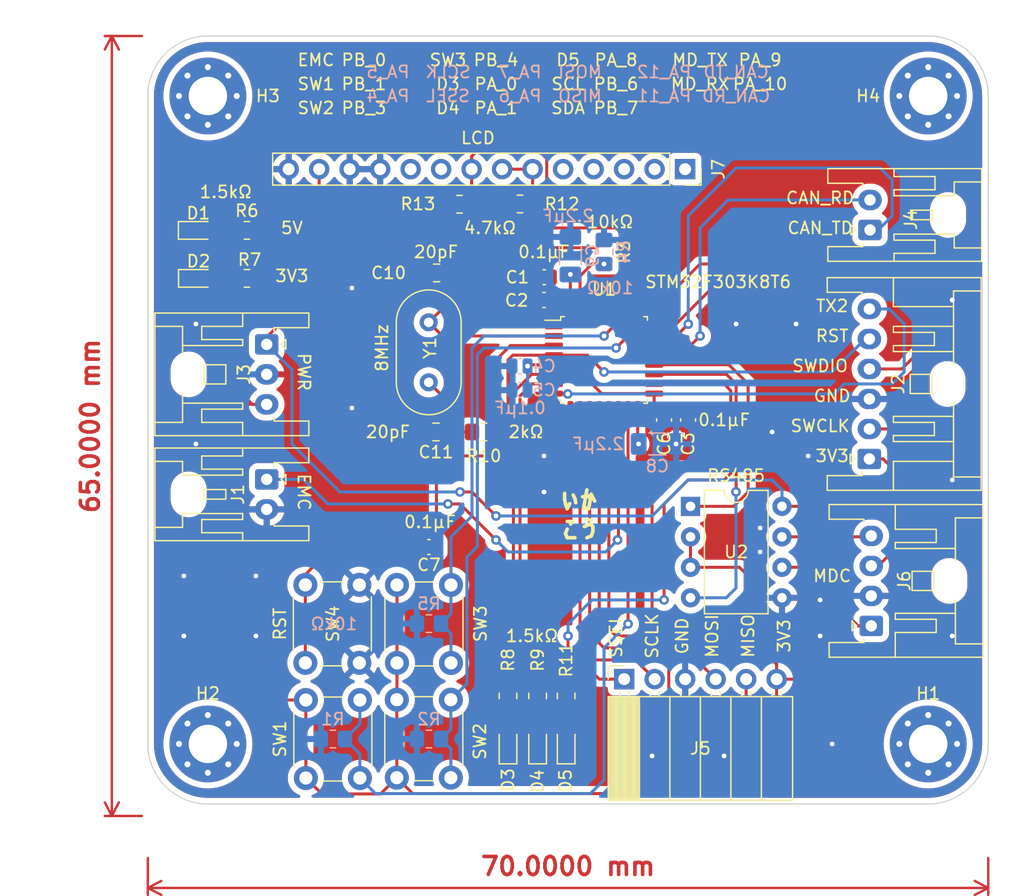
<source format=kicad_pcb>
(kicad_pcb (version 20211014) (generator pcbnew)
  (layers (0 "F.Cu" signal) (31 "B.Cu" signal) (34 "B.Paste" user) (35 "F.Paste" user) (36 "B.SilkS" user "B.Silkscreen") (37 "F.SilkS" user "F.Silkscreen") (38 "B.Mask" user) (39 "F.Mask" user) (44 "Edge.Cuts" user))
  (net 0 "")
  (net 1 "+3V3")
  (net 2 "GND")
  (net 3 "RESET")
  (net 4 "Net-(C8-Pad1)")
  (net 5 "Net-(C9-Pad1)")
  (net 6 "OSC_IN")
  (net 7 "Net-(C11-Pad1)")
  (net 8 "Net-(D1-Pad2)")
  (net 9 "Net-(D2-Pad2)")
  (net 10 "Net-(D3-Pad2)")
  (net 11 "Net-(D4-Pad2)")
  (net 12 "Net-(D5-Pad2)")
  (net 13 "EMC")
  (net 14 "SWCLK")
  (net 15 "SWDIO")
  (net 16 "UART2_TX")
  (net 17 "+5V")
  (net 18 "CAN_RD")
  (net 19 "CAN_TD")
  (net 20 "MISO")
  (net 21 "MOSI")
  (net 22 "SCLK")
  (net 23 "SSEL")
  (net 24 "B")
  (net 25 "A")
  (net 31 "SDA")
  (net 32 "SCL")
  (net 35 "SW1")
  (net 36 "SW2")
  (net 37 "BOOT")
  (net 38 "SW3")
  (net 39 "LD1")
  (net 40 "LD2")
  (net 41 "OSC_OUT")
  (net 42 "LD3")
  (net 43 "UART2_RX")
  (net 44 "UART1_TX")
  (net 45 "UART1_RX")
  (footprint "Resistor_SMD:R_0805_2012Metric_Pad1.20x1.40mm_HandSolder" (layer "F.Cu") (at 153 65 -90)
    (fp_text reference "R3")
    (fp_text value "10k")
  )
  (footprint "Capacitor_SMD:C_0805_2012Metric_Pad1.18x1.45mm_HandSolder" (layer "F.Cu") (at 139.05546 66.74531 180)
    (fp_text reference "C10")
    (fp_text value "5~25p")
  )
  (footprint "Crystal:Resonator-2Pin_W10.0mm_H5.0mm" (layer "F.Cu") (at 138.395 75.865 90)
    (fp_text reference "Y1")
    (fp_text value "8MHz")
  )
  (footprint "LED_SMD:LED_0603_1608Metric_Pad1.05x0.95mm_HandSolder" (layer "F.Cu") (at 145 106 90)
    (fp_text reference "D3")
    (fp_text value "LD1")
  )
  (footprint "Button_Switch_THT:SW_PUSH_6mm" (layer "F.Cu") (at 135.75 99.25 90)
    (fp_text reference "SW3")
    (fp_text value "SW_Push")
  )
  (footprint "MountingHole:MountingHole_3.2mm_M3_Pad_Via" (layer "F.Cu") (at 120 106)
    (fp_text reference "H2")
    (fp_text value "MountingHole")
  )
  (footprint "Capacitor_SMD:C_0504_1310Metric_Pad0.83x1.28mm_HandSolder" (layer "F.Cu") (at 148.018817 67.104844 180)
    (fp_text reference "C1")
    (fp_text value "0.1µ")
  )
  (footprint "Button_Switch_THT:SW_PUSH_6mm" (layer "F.Cu") (at 128.162325 108.839916 90)
    (fp_text reference "SW1")
    (fp_text value "SW_Push")
  )
  (footprint "Connector_PinSocket_2.54mm:PinSocket_1x06_P2.54mm_Horizontal" (layer "F.Cu") (at 154.675 100.6 90)
    (fp_text reference "J5")
    (fp_text value "SPI")
  )
  (footprint "LED_SMD:LED_0603_1608Metric_Pad1.05x0.95mm_HandSolder" (layer "F.Cu") (at 119.203521 63.20128)
    (fp_text reference "D1")
    (fp_text value "LED")
  )
  (footprint "Resistor_SMD:R_0805_2012Metric_Pad1.20x1.40mm_HandSolder" (layer "F.Cu") (at 145 102 -90)
    (fp_text reference "R8")
    (fp_text value "1.5k")
  )
  (footprint "Resistor_SMD:R_0805_2012Metric_Pad1.20x1.40mm_HandSolder" (layer "F.Cu") (at 146 61)
    (fp_text reference "R12")
    (fp_text value "4.7k")
  )
  (footprint "LED_SMD:LED_0603_1608Metric_Pad1.05x0.95mm_HandSolder" (layer "F.Cu") (at 147.467304 106 90)
    (fp_text reference "D4")
    (fp_text value "LD2")
  )
  (footprint "Resistor_SMD:R_0805_2012Metric_Pad1.20x1.40mm_HandSolder" (layer "F.Cu") (at 149.842304 102 -90)
    (fp_text reference "R11")
    (fp_text value "1.5k")
  )
  (footprint "Resistor_SMD:R_0805_2012Metric_Pad1.20x1.40mm_HandSolder" (layer "F.Cu") (at 123.255492 63.2 180)
    (fp_text reference "R6")
    (fp_text value "1.5k")
  )
  (footprint "Capacitor_SMD:C_0805_2012Metric_Pad1.18x1.45mm_HandSolder" (layer "F.Cu") (at 139 80 180)
    (fp_text reference "C11")
    (fp_text value "5~25p")
  )
  (footprint "Package_DIP:DIP-8_W7.62mm" (layer "F.Cu") (at 160.2 86.2)
    (fp_text reference "U2")
    (fp_text value "SN75LBC176D")
  )
  (footprint "Capacitor_SMD:C_0504_1310Metric_Pad0.83x1.28mm_HandSolder" (layer "F.Cu") (at 138.412325 89.589916 180)
    (fp_text reference "C7")
    (fp_text value "0.1µ")
  )
  (footprint "MountingHole:MountingHole_3.2mm_M3_Pad_Via" (layer "F.Cu") (at 180 52)
    (fp_text reference "H4")
    (fp_text value "MountingHole")
  )
  (footprint "Connector_JST:JST_XA_S02B-XASK-1_1x02_P2.50mm_Horizontal" (layer "F.Cu") (at 175.153666 63.16446 90)
    (fp_text reference "J4")
    (fp_text value "CAN1")
  )
  (footprint "Connector_PinSocket_2.54mm:PinSocket_1x14_P2.54mm_Vertical" (layer "F.Cu") (at 159.749606 58.09786 -90)
    (fp_text reference "J7")
    (fp_text value "LCD")
  )
  (footprint "Package_QFP:LQFP-32_7x7mm_P0.8mm" (layer "F.Cu") (at 153 74)
    (fp_text reference "U1")
    (fp_text value "STM32F303K6Tx")
  )
  (footprint "Connector_JST:JST_XA_S04B-XASK-1_1x04_P2.50mm_Horizontal" (layer "F.Cu") (at 175.256007 96.161992 90)
    (fp_text reference "J6")
    (fp_text value "MDC")
  )
  (footprint "Resistor_SMD:R_0805_2012Metric_Pad1.20x1.40mm_HandSolder" (layer "F.Cu") (at 123.255492 67.2 180)
    (fp_text reference "R7")
    (fp_text value "1.5k")
  )
  (footprint "Button_Switch_THT:SW_PUSH_6mm" (layer "F.Cu") (at 135.737878 108.813241 90)
    (fp_text reference "SW2")
    (fp_text value "SW_Push")
  )
  (footprint "MountingHole:MountingHole_3.2mm_M3_Pad_Via" (layer "F.Cu") (at 180 106)
    (fp_text reference "H1")
    (fp_text value "MountingHole")
  )
  (footprint "Resistor_SMD:R_0805_2012Metric_Pad1.20x1.40mm_HandSolder" (layer "F.Cu") (at 143 80 180)
    (fp_text reference "R10")
    (fp_text value "2k")
  )
  (footprint "Resistor_SMD:R_0805_2012Metric_Pad1.20x1.40mm_HandSolder" (layer "F.Cu") (at 147.467304 102 -90)
    (fp_text reference "R9")
    (fp_text value "1.5k")
  )
  (footprint "Connector_JST:JST_XA_S03B-XASK-1_1x03_P2.50mm_Horizontal" (layer "F.Cu") (at 124.9 72.7 -90)
    (fp_text reference "J3")
    (fp_text value "POWER")
  )
  (footprint "Capacitor_SMD:C_0504_1310Metric_Pad0.83x1.28mm_HandSolder" (layer "F.Cu") (at 160 79 -90)
    (fp_text reference "C3")
    (fp_text value "0.1µ")
  )
  (footprint "Capacitor_SMD:C_0504_1310Metric_Pad0.83x1.28mm_HandSolder" (layer "F.Cu") (at 148 69 180)
    (fp_text reference "C2")
    (fp_text value "0.1µ")
  )
  (footprint "MountingHole:MountingHole_3.2mm_M3_Pad_Via" (layer "F.Cu") (at 120 52)
    (fp_text reference "H3")
    (fp_text value "MountingHole")
  )
  (footprint "LED_SMD:LED_0603_1608Metric_Pad1.05x0.95mm_HandSolder" (layer "F.Cu") (at 149.842304 106 90)
    (fp_text reference "D5")
    (fp_text value "LD3")
  )
  (footprint "Connector_JST:JST_XA_S06B-XASK-1_1x06_P2.50mm_Horizontal" (layer "F.Cu") (at 175.1 82.25 90)
    (fp_text reference "J2")
    (fp_text value "ST-LINK")
  )
  (footprint "LED_SMD:LED_0603_1608Metric_Pad1.05x0.95mm_HandSolder" (layer "F.Cu") (at 119.218711 67.2)
    (fp_text reference "D2")
    (fp_text value "LED")
  )
  (footprint "Resistor_SMD:R_0805_2012Metric_Pad1.20x1.40mm_HandSolder" (layer "F.Cu") (at 140.966094 61.021829)
    (fp_text reference "R13")
    (fp_text value "4.7k")
  )
  (footprint "Button_Switch_THT:SW_PUSH_6mm" (layer "F.Cu") (at 128.117548 99.242906 90)
    (fp_text reference "SW4")
    (fp_text value "SW_Push")
  )
  (footprint "Capacitor_SMD:C_0504_1310Metric_Pad0.83x1.28mm_HandSolder" (layer "F.Cu") (at 158 79 -90)
    (fp_text reference "C6")
    (fp_text value "0.1µ")
  )
  (footprint "Connector_JST:JST_XA_S02B-XASK-1_1x02_P2.50mm_Horizontal" (layer "F.Cu") (at 124.9 83.95 -90)
    (fp_text reference "J1")
    (fp_text value "EMC")
  )
  (footprint "Resistor_SMD:R_0805_2012Metric_Pad1.20x1.40mm_HandSolder" (layer "B.Cu") (at 138.412325 105.589916 180)
    (fp_text reference "R2")
    (fp_text value "R 10k")
  )
  (footprint "Capacitor_SMD:C_0504_1310Metric_Pad0.83x1.28mm_HandSolder" (layer "B.Cu") (at 146 74.51 180)
    (fp_text reference "C4")
    (fp_text value "0.1µ")
  )
  (footprint "Resistor_SMD:R_0805_2012Metric_Pad1.20x1.40mm_HandSolder" (layer "B.Cu") (at 153 65 90)
    (fp_text reference "R4")
    (fp_text value "10k")
  )
  (footprint "Capacitor_SMD:C_1206_3216Metric_Pad1.33x1.80mm_HandSolder" (layer "B.Cu") (at 157.4375 81)
    (fp_text reference "C8")
    (fp_text value "2.2µ")
  )
  (footprint "Capacitor_SMD:C_0504_1310Metric_Pad0.83x1.28mm_HandSolder" (layer "B.Cu") (at 146 76.51 180)
    (fp_text reference "C5")
    (fp_text value "0.1µ")
  )
  (footprint "Resistor_SMD:R_0805_2012Metric_Pad1.20x1.40mm_HandSolder" (layer "B.Cu") (at 130.412325 105.589916 180)
    (fp_text reference "R1")
    (fp_text value "R 10k")
  )
  (footprint "Capacitor_SMD:C_1206_3216Metric_Pad1.33x1.80mm_HandSolder" (layer "B.Cu") (at 150.192809 65.313907 90)
    (fp_text reference "C9")
    (fp_text value "2.2µ")
  )
  (footprint "Resistor_SMD:R_0805_2012Metric_Pad1.20x1.40mm_HandSolder" (layer "B.Cu") (at 138.412325 95.972112 180)
    (fp_text reference "R5")
    (fp_text value "R 10k")
  )
  (gr_arc (start 115 52) (mid 116.464466 48.464466) (end 120 47) (layer "Edge.Cuts") (width 0.1))
  (gr_line (start 185 52) (end 185 106) (layer "Edge.Cuts") (width 0.1))
  (gr_line (start 115 106) (end 115 52) (layer "Edge.Cuts") (width 0.1))
  (gr_line (start 120 47) (end 180 47) (layer "Edge.Cuts") (width 0.1))
  (gr_arc (start 120 111) (mid 116.464466 109.535534) (end 115 106) (layer "Edge.Cuts") (width 0.1))
  (gr_line (start 180 111) (end 120 111) (layer "Edge.Cuts") (width 0.1))
  (gr_arc (start 180 47) (mid 183.535534 48.464466) (end 185 52) (layer "Edge.Cuts") (width 0.1))
  (gr_arc (start 185 106) (mid 183.535534 109.535534) (end 180 111) (layer "Edge.Cuts") (width 0.1))
  (gr_text "2.2µF" (at 152.5 81) (layer "B.SilkS") (effects (font (size 1 1)) (justify mirror)))
  (gr_text "PA_7" (at 146 50) (layer "B.SilkS") (effects (font (size 1 1)) (justify mirror)))
  (gr_text "PA_12" (at 158 50) (layer "B.SilkS") (effects (font (size 1 1)) (justify mirror)))
  (gr_text "PA_6" (at 146 52) (layer "B.SilkS") (effects (font (size 1 1)) (justify mirror)))
  (gr_text "CAN_TD" (at 164 50) (layer "B.SilkS") (effects (font (size 1 1)) (justify mirror)))
  (gr_text "MOSI" (at 151 50) (layer "B.SilkS") (effects (font (size 1 1)) (justify mirror)))
  (gr_text "2.2µF" (at 150 62) (layer "B.SilkS") (effects (font (size 1 1)) (justify mirror)))
  (gr_text "0.1µF" (at 146 78) (layer "B.SilkS") (effects (font (size 1 1)) (justify mirror)))
  (gr_text "SSEL" (at 140 52) (layer "B.SilkS") (effects (font (size 1 1)) (justify mirror)))
  (gr_text "PA_4" (at 135 52) (layer "B.SilkS") (effects (font (size 1 1)) (justify mirror)))
  (gr_text "CAN_RD" (at 164 52) (layer "B.SilkS") (effects (font (size 1 1)) (justify mirror)))
  (gr_text "SCLK" (at 140 50) (layer "B.SilkS") (effects (font (size 1 1)) (justify mirror)))
  (gr_text "PA_5" (at 135 50) (layer "B.SilkS") (effects (font (size 1 1)) (justify mirror)))
  (gr_text "10kΩ" (at 130.5 96) (layer "B.SilkS") (effects (font (size 1 1)) (justify mirror)))
  (gr_text "MISO" (at 151 52) (layer "B.SilkS") (effects (font (size 1 1)) (justify mirror)))
  (gr_text "10kΩ" (at 153.5 68) (layer "B.SilkS") (effects (font (size 1 1)) (justify mirror)))
  (gr_text "PA_11" (at 158 52) (layer "B.SilkS") (effects (font (size 1 1)) (justify mirror)))
  (gr_text "1.5kΩ" (at 121.5 60) (layer "F.SilkS") (effects (font (size 1 1))))
  (gr_text "GND" (at 172 77) (layer "F.SilkS") (effects (font (size 1 1))))
  (gr_text "SW2" (at 129 53) (layer "F.SilkS") (effects (font (size 1 1))))
  (gr_text "PA_0" (at 144 51) (layer "F.SilkS") (effects (font (size 1 1))))
  (gr_text "MISO" (at 165 97 90) (layer "F.SilkS") (effects (font (size 1 1))))
  (gr_text "LCD" (at 142.5 55.5) (layer "F.SilkS") (effects (font (size 1 1))))
  (gr_text "CAN_TD" (at 171 63) (layer "F.SilkS") (effects (font (size 1 1))))
  (gr_text "2kΩ" (at 146.5 80) (layer "F.SilkS") (effects (font (size 1 1))))
  (gr_text "8MHz" (at 134.5 73 90) (layer "F.SilkS") (effects (font (size 1 1))))
  (gr_text "EMC" (at 128 85 270) (layer "F.SilkS") (effects (font (size 1 1))))
  (gr_text "D4" (at 140 53) (layer "F.SilkS") (effects (font (size 1 1))))
  (gr_text "EMC" (at 129 49) (layer "F.SilkS") (effects (font (size 1 1))))
  (gr_text "SCL" (at 150 51) (layer "F.SilkS") (effects (font (size 1 1))))
  (gr_text "5V" (at 127 63) (layer "F.SilkS") (effects (font (size 1 1))))
  (gr_text "MD_RX" (at 161 51) (layer "F.SilkS") (effects (font (size 1 1))))
  (gr_text "SCLK" (at 157 97 90) (layer "F.SilkS") (effects (font (size 1 1))))
  (gr_text "0.1µF" (at 138.5 87.5) (layer "F.SilkS") (effects (font (size 1 1))))
  (gr_text "PB_7" (at 154 53) (layer "F.SilkS") (effects (font (size 1 1))))
  (gr_text "RST" (at 126 96 90) (layer "F.SilkS") (effects (font (size 1 1))))
  (gr_text "RS485" (at 164 83.64) (layer "F.SilkS") (effects (font (size 1 1))))
  (gr_text "1.5kΩ" (at 147 97) (layer "F.SilkS") (effects (font (size 1 1))))
  (gr_text "STM32F303K8T6" (at 162.5 67.5) (layer "F.SilkS") (effects (font (size 1 1))))
  (gr_text "PB_1" (at 133 51) (layer "F.SilkS") (effects (font (size 1 1))))
  (gr_text "PA_8" (at 154 49) (layer "F.SilkS") (effects (font (size 1 1))))
  (gr_text "SWCLK" (at 171 79.5) (layer "F.SilkS") (effects (font (size 1 1))))
  (gr_text "D3" (at 140 51) (layer "F.SilkS") (effects (font (size 1 1))))
  (gr_text "PA_10" (at 166 51) (layer "F.SilkS") (effects (font (size 1 1))))
  (gr_text "TX2" (at 172 69.5) (layer "F.SilkS") (effects (font (size 1 1))))
  (gr_text "MOSI" (at 162 97 90) (layer "F.SilkS") (effects (font (size 1 1))))
  (gr_text "10kΩ" (at 153.5 62.5) (layer "F.SilkS") (effects (font (size 1 1))))
  (gr_text "3V3" (at 172 82) (layer "F.SilkS") (effects (font (size 1 1))))
  (gr_text "PA_1" (at 144 53) (layer "F.SilkS") (effects (font (size 1 1))))
  (gr_text "3V3" (at 127 67) (layer "F.SilkS") (effects (font (size 1 1))))
  (gr_text "20pF" (at 135 80) (layer "F.SilkS") (effects (font (size 1 1))))
  (gr_text "PWR" (at 128 75 270) (layer "F.SilkS") (effects (font (size 1 1))))
  (gr_text "4.7kΩ" (at 143.5 63) (layer "F.SilkS") (effects (font (size 1 1))))
  (gr_text "20pF" (at 139 65) (layer "F.SilkS") (effects (font (size 1 1))))
  (gr_text "いか\nこう" (at 151 87) (layer "F.SilkS") (effects (font (size 1.5 1.5) (thickness 0.3))))
  (gr_text "PB_4" (at 144 49) (layer "F.SilkS") (effects (font (size 1 1))))
  (gr_text "MDC" (at 172 92) (layer "F.SilkS") (effects (font (size 1 1))))
  (gr_text "SWDIO" (at 171 74.5) (layer "F.SilkS") (effects (font (size 1 1))))
  (gr_text "SW1" (at 129 51) (layer "F.SilkS") (effects (font (size 1 1))))
  (gr_text "3V3" (at 168 97 90) (layer "F.SilkS") (effects (font (size 1 1))))
  (gr_text "CAN_RD" (at 171 60.5) (layer "F.SilkS") (effects (font (size 1 1))))
  (gr_text "MD_TX" (at 161 49) (layer "F.SilkS") (effects (font (size 1 1))))
  (gr_text "SSEL" (at 154 97 90) (layer "F.SilkS") (effects (font (size 1 1))))
  (gr_text "RST" (at 172 72) (layer "F.SilkS") (effects (font (size 1 1))))
  (gr_text "PB_0" (at 133 49) (layer "F.SilkS") (effects (font (size 1 1))))
  (gr_text "PB_6" (at 154 51) (layer "F.SilkS") (effects (font (size 1 1))))
  (gr_text "SW3" (at 140 49) (layer "F.SilkS") (effects (font (size 1 1))))
  (gr_text "GND" (at 159.5 97 90) (layer "F.SilkS") (effects (font (size 1 1))))
  (gr_text "PB_3" (at 133 53) (layer "F.SilkS") (effects (font (size 1 1))))
  (gr_text "0.1µF" (at 148 65) (layer "F.SilkS") (effects (font (size 1 1))))
  (gr_text "0.1µF" (at 163 79) (layer "F.SilkS") (effects (font (size 1 1))))
  (gr_text "SDA" (at 150 53) (layer "F.SilkS") (effects (font (size 1 1))))
  (gr_text "PA_9" (at 166 49) (layer "F.SilkS") (effects (font (size 1 1))))
  (gr_text "D5" (at 150 49) (layer "F.SilkS") (effects (font (size 1 1))))
  (dimension (type aligned) (layer "F.Cu") (pts (xy 115 115) (xy 185 115)) (height 3) (gr_text "70.0000 mm" (at 150 116.2) (layer "F.Cu") (effects (font (size 1.5 1.5) (thickness 0.3)))) (format (units 3) (units_format 1) (precision 4)) (style (thickness 0.2) (arrow_length 1.27) (text_position_mode 0) (extension_height 0.58642) (extension_offset 0.5) keep_text_aligned))
  (dimension (type aligned) (layer "F.Cu") (pts (xy 115 112) (xy 115 47)) (height -3) (gr_text "65.0000 mm" (at 110.2 79.5 90) (layer "F.Cu") (effects (font (size 1.5 1.5) (thickness 0.3)))) (format (units 3) (units_format 1) (precision 4)) (style (thickness 0.2) (arrow_length 1.27) (text_position_mode 0) (extension_height 0.58642) (extension_offset 0.5) keep_text_aligned))
  (segment (start 124.9 77.7) (end 123.3 77.7) (width 0.25) (layer "F.Cu") (net 1))
  (segment (start 124.255492 67.2) (end 124.255492 66.255492) (width 0.25) (layer "F.Cu") (net 1))
  (segment (start 124.255492 66.255492) (end 123 65) (width 0.25) (layer "F.Cu") (net 1))
  (segment (start 146.7375 74.4) (end 146.6275 74.51) (width 0.25) (layer "F.Cu") (net 1))
  (segment (start 121 80) (end 121 99) (width 0.25) (layer "F.Cu") (net 1))
  (segment (start 128 61) (end 129.269606 59.730394) (width 0.25) (layer "F.Cu") (net 1))
  (segment (start 129.487325 110.164916) (end 134.386203 110.164916) (width 0.25) (layer "F.Cu") (net 1))
  (segment (start 167.375 99.375) (end 167.375 96.375) (width 0.25) (layer "F.Cu") (net 1))
  (segment (start 166 98) (end 167.375 99.375) (width 0.25) (layer "F.Cu") (net 1))
  (segment (start 128.162325 108.839916) (end 129.487325 110.164916) (width 0.25) (layer "F.Cu") (net 1))
  (segment (start 139.966094 61.966094) (end 141 63) (width 0.25) (layer "F.Cu") (net 1))
  (segment (start 162.3725 78.3725) (end 163 79) (width 0.25) (layer "F.Cu") (net 1))
  (segment (start 144 63) (end 145 62) (width 0.25) (layer "F.Cu") (net 1))
  (segment (start 160 98) (end 166 98) (width 0.25) (layer "F.Cu") (net 1))
  (segment (start 130.539212 61) (end 139.944265 61) (width 0.25) (layer "F.Cu") (net 1))
  (segment (start 163 79) (end 163 83) (width 0.25) (layer "F.Cu") (net 1))
  (segment (start 167.375 100.6) (end 176.4 100.6) (width 0.25) (layer "F.Cu") (net 1))
  (segment (start 165.861759 110.138241) (end 167.375 108.625) (width 0.25) (layer "F.Cu") (net 1))
  (segment (start 176.25 82.25) (end 175.1 82.25) (width 0.25) (layer "F.Cu") (net 1))
  (segment (start 123 70) (end 124.255492 68.744508) (width 0.25) (layer "F.Cu") (net 1))
  (segment (start 148.6275 71.0025) (end 148.825 71.2) (width 0.25) (layer "F.Cu") (net 1))
  (segment (start 178 99) (end 178 84) (width 0.25) (layer "F.Cu") (net 1))
  (segment (start 118 61) (end 128 61) (width 0.25) (layer "F.Cu") (net 1))
  (segment (start 160 78.3725) (end 162.3725 78.3725) (width 0.25) (layer "F.Cu") (net 1))
  (segment (start 148.646317 64.646317) (end 148.646317 67.104844) (width 0.25) (layer "F.Cu") (net 1))
  (segment (start 148.646317 68.981183) (end 148.6275 69) (width 0.25) (layer "F.Cu") (net 1))
  (segment (start 145 62) (end 145 61) (width 0.25) (layer "F.Cu") (net 1))
  (segment (start 137.062878 110.138241) (end 165.861759 110.138241) (width 0.25) (layer "F.Cu") (net 1))
  (segment (start 135.75 102.301119) (end 135.737878 102.313241) (width 0.25) (layer "F.Cu") (net 1))
  (segment (start 117 62) (end 118 61) (width 0.25) (layer "F.Cu") (net 1))
  (segment (start 158 78.3725) (end 160 78.3725) (width 0.25) (layer "F.Cu") (net 1))
  (segment (start 160.2 88.74) (end 160.2 91.28) (width 0.25) (layer "F.Cu") (net 1))
  (segment (start 124.255492 68.744508) (end 124.255492 67.2) (width 0.25) (layer "F.Cu") (net 1))
  (segment (start 150.4 74.4) (end 148.825 74.4) (width 0.25) (layer "F.Cu") (net 1))
  (segment (start 144 63) (end 145 64) (width 0.25) (layer "F.Cu") (net 1))
  (segment (start 152.353683 64.646317) (end 153 64) (width 0.25) (layer "F.Cu") (net 1))
  (segment (start 134.386203 110.164916) (end 135.737878 108.813241) (width 0.25) (layer "F.Cu") (net 1))
  (segment (start 129.269606 59.730394) (end 129.269606 58.09786) (width 0.25) (layer "F.Cu") (net 1))
  (segment (start 135.75 99.25) (end 135.75 102.301119) (width 0.25) (layer "F.Cu") (net 1))
  (segment (start 157.175 76.8) (end 157.175 77.5475) (width 0.25) (layer "F.Cu") (net 1))
  (segment (start 145 64) (end 148 64) (width 0.25) (layer "F.Cu") (net 1))
  (segment (start 148.825 74.4) (end 146.7375 74.4) (width 0.25) (layer "F.Cu") (net 1))
  (segment (start 157.175 76.8) (end 152.8 76.8) (width 0.25) (layer "F.Cu") (net 1))
  (segment (start 135.737878 102.313241) (end 135.737878 108.813241) (width 0.25) (layer "F.Cu") (net 1))
  (segment (start 167.375 96.375) (end 166 95) (width 0.25) (layer "F.Cu") (net 1))
  (segment (start 148.646317 67.104844) (end 148.646317 68.981183) (width 0.25) (layer "F.Cu") (net 1))
  (segment (start 141 63) (end 144 63) (width 0.25) (layer "F.Cu") (net 1))
  (segment (start 157 85) (end 157 95) (width 0.25) (layer "F.Cu") (net 1))
  (segment (start 176.4 100.6) (end 178 99) (width 0.25) (layer "F.Cu") (net 1))
  (segment (start 123.7 77.7) (end 123 77) (width 0.25) (layer "F.Cu") (net 1))
  (segment (start 163 83) (end 159 83) (width 0.25) (layer "F.Cu") (net 1))
  (segment (start 148.6275 69) (end 148.6275 71.0025) (width 0.25) (layer "F.Cu") (net 1))
  (segment (start 164.28 91.28) (end 160.2 91.28) (width 0.25) (layer "F.Cu") (net 1))
  (segment (start 117 64) (end 117 62) (width 0.25) (layer "F.Cu") (net 1))
  (segment (start 128.162325 102.339916) (end 128.162325 108.839916) (width 0.25) (layer "F.Cu") (net 1))
  (segment (start 178 84) (end 176.25 82.25) (width 0.25) (layer "F.Cu") (net 1))
  (segment (start 124.9 77.7) (end 123.7 77.7) (width 0.25) (layer "F.Cu") (net 1))
  (segment (start 118 65) (end 117 64) (width 0.25) (layer "F.Cu") (net 1))
  (segment (start 167.375 108.625) (end 167.375 100.6) (width 0.25) (layer "F.Cu") (net 1))
  (segment (start 157 95) (end 160 98) (width 0.25) (layer "F.Cu") (net 1))
  (segment (start 152.8 76.8) (end 150.4 74.4) (width 0.25) (layer "F.Cu") (net 1))
  (segment (start 139.944265 61) (end 139.966094 61.021829) (width 0.25) (layer "F.Cu") (net 1))
  (segment (start 166 93) (end 164.28 91.28) (width 0.25) (layer "F.Cu") (net 1))
  (segment (start 139.966094 61.021829) (end 139.966094 61.966094) (width 0.25) (layer "F.Cu") (net 1))
  (segment (start 166 95) (end 166 93) (width 0.25) (layer "F.Cu") (net 1))
  (segment (start 123.3 77.7) (end 121 80) (width 0.25) (layer "F.Cu") (net 1))
  (segment (start 148.646317 64.646317) (end 152.353683 64.646317) (width 0.25) (layer "F.Cu") (net 1))
  (segment (start 148 64) (end 148.646317 64.646317) (width 0.25) (layer "F.Cu") (net 1))
  (segment (start 167.375 100.6) (end 167.375 99.375) (width 0.25) (layer "F.Cu") (net 1))
  (segment (start 135.75 99.25) (end 135.75 92.75) (width 0.25) (layer "F.Cu") (net 1))
  (segment (start 129.269606 59.730394) (end 130.539212 61) (width 0.25) (layer "F.Cu") (net 1))
  (segment (start 157.175 77.5475) (end 158 78.3725) (width 0.25) (layer "F.Cu") (net 1))
  (segment (start 124.339916 102.339916) (end 128.162325 102.339916) (width 0.25) (layer "F.Cu") (net 1))
  (segment (start 159 83) (end 157 85) (width 0.25) (layer "F.Cu") (net 1))
  (segment (start 135.737878 108.813241) (end 137.062878 110.138241) (width 0.25) (layer "F.Cu") (net 1))
  (segment (start 123 65) (end 118 65) (width 0.25) (layer "F.Cu") (net 1))
  (segment (start 123 77) (end 123 70) (width 0.25) (layer "F.Cu") (net 1))
  (segment (start 121 99) (end 124.339916 102.339916) (width 0.25) (layer "F.Cu") (net 1))
  (via (at 146.6275 74.51) (size 0.8) (drill 0.4) (layers "F.Cu" "B.Cu") (net 1))
  (segment (start 146.6275 74.51) (end 146.6275 76.51) (width 0.25) (layer "B.Cu") (net 1))
  (via (at 172 106) (size 0.8) (drill 0.4) (layers "F.Cu" "B.Cu") (net 2))
  (via (at 124 97) (size 0.8) (drill 0.4) (layers "F.Cu" "B.Cu") (net 2))
  (via (at 182 69) (size 0.8) (drill 0.4) (layers "F.Cu" "B.Cu") (net 2))
  (via (at 166 90) (size 0.8) (drill 0.4) (layers "F.Cu" "B.Cu") (net 2))
  (via (at 132 78) (size 0.8) (drill 0.4) (layers "F.Cu" "B.Cu") (net 2))
  (via (at 148 85) (size 0.8) (drill 0.4) (layers "F.Cu" "B.Cu") (net 2))
  (via (at 167 80) (size 0.8) (drill 0.4) (layers "F.Cu" "B.Cu") (net 2))
  (via (at 171 94) (size 0.8) (drill 0.4) (layers "F.Cu" "B.Cu") (net 2))
  (via (at 124 92) (size 0.8) (drill 0.4) (layers "F.Cu" "B.Cu") (net 2))
  (via (at 118 97) (size 0.8) (drill 0.4) (layers "F.Cu" "B.Cu") (net 2))
  (via (at 166 88) (size 0.8) (drill 0.4) (layers "F.Cu" "B.Cu") (net 2))
  (via (at 157 107) (size 0.8) (drill 0.4) (layers "F.Cu" "B.Cu") (net 2))
  (via (at 159 81) (size 0.8) (drill 0.4) (layers "F.Cu" "B.Cu") (net 2))
  (via (at 118 92) (size 0.8) (drill 0.4) (layers "F.Cu" "B.Cu") (net 2))
  (via (at 170 82) (size 0.8) (drill 0.4) (layers "F.Cu" "B.Cu") (net 2))
  (via (at 163 107) (size 0.8) (drill 0.4) (layers "F.Cu" "B.Cu") (net 2))
  (via (at 182 84) (size 0.8) (drill 0.4) (layers "F.Cu" "B.Cu") (net 2))
  (via (at 169 71) (size 0.8) (drill 0.4) (layers "F.Cu" "B.Cu") (net 2))
  (via (at 132 68) (size 0.8) (drill 0.4) (layers "F.Cu" "B.Cu") (net 2))
  (via (at 164 71) (size 0.8) (drill 0.4) (layers "F.Cu" "B.Cu") (net 2))
  (via (at 171 97) (size 0.8) (drill 0.4) (layers "F.Cu" "B.Cu") (net 2))
  (via (at 182 97) (size 0.8) (drill 0.4) (layers "F.Cu" "B.Cu") (net 2))
  (via (at 148 82) (size 0.8) (drill 0.4) (layers "F.Cu" "B.Cu") (net 2))
  (via (at 119 81) (size 0.8) (drill 0.4) (layers "F.Cu" "B.Cu") (net 2))
  (via (at 119 71) (size 0.8) (drill 0.4) (layers "F.Cu" "B.Cu") (net 2))
  (segment (start 128.117548 92.742906) (end 128.117548 99.242906) (width 0.25) (layer "F.Cu") (net 3))
  (segment (start 145 81) (end 144 82) (width 0.25) (layer "F.Cu") (net 3))
  (segment (start 139.039825 89.960175) (end 138 91) (width 0.25) (layer "F.Cu") (net 3))
  (segment (start 148.825 73.6) (end 151.6 73.6) (width 0.25) (layer "F.Cu") (net 3))
  (segment (start 128.117548 91.882452) (end 128.117548 92.742906) (width 0.25) (layer "F.Cu") (net 3))
  (segment (start 138 91) (end 129 91) (width 0.25) (layer "F.Cu") (net 3))
  (segment (start 148.825 73.6) (end 145.4 73.6) (width 0.25) (layer "F.Cu") (net 3))
  (segment (start 140 82) (end 139.039825 82.960175) (width 0.25) (layer "F.Cu") (net 3))
  (segment (start 139.039825 82.960175) (end 139.039825 89.589916) (width 0.25) (layer "F.Cu") (net 3))
  (segment (start 139.039825 89.589916) (end 139.039825 89.960175) (width 0.25) (layer "F.Cu") (net 3))
  (segment (start 145.4 73.6) (end 145 74) (width 0.25) (layer "F.Cu") (net 3))
  (segment (start 144 82) (end 140 82) (width 0.25) (layer "F.Cu") (net 3))
  (segment (start 151.6 73.6) (end 153 75) (width 0.25) (layer "F.Cu") (net 3))
  (segment (start 145 74) (end 145 81) (width 0.25) (layer "F.Cu") (net 3))
  (segment (start 129 91) (end 128.117548 91.882452) (width 0.25) (layer "F.Cu") (net 3))
  (via (at 153 75) (size 0.8) (drill 0.4) (layers "F.Cu" "B.Cu") (net 3))
  (segment (start 174.75 72.25) (end 175.1 72.25) (width 0.25) (layer "B.Cu") (net 3))
  (segment (start 172 75) (end 174.75 72.25) (width 0.25) (layer "B.Cu") (net 3))
  (segment (start 153 75) (end 172 75) (width 0.25) (layer "B.Cu") (net 3))
  (segment (start 155.8 80.925) (end 155.875 81) (width 0.25) (layer "F.Cu") (net 4))
  (segment (start 155.8 78.175) (end 155.8 80.925) (width 0.25) (layer "F.Cu") (net 4))
  (via (at 155.875 81) (size 0.8) (drill 0.4) (layers "F.Cu" "B.Cu") (net 4))
  (segment (start 150.192809 69.817809) (end 150.192809 66.876407) (width 0.25) (layer "F.Cu") (net 5))
  (segment (start 150.2 69.825) (end 150.192809 69.817809) (width 0.25) (layer "F.Cu") (net 5))
  (via (at 150.192809 66.876407) (size 0.8) (drill 0.4) (layers "F.Cu" "B.Cu") (net 5))
  (segment (start 139.53 72) (end 138.395 70.865) (width 0.25) (layer "F.Cu") (net 6))
  (segment (start 148.825 72) (end 139.53 72) (width 0.25) (layer "F.Cu") (net 6))
  (segment (start 140.09296 66.74531) (end 140.09296 69.16704) (width 0.25) (layer "F.Cu") (net 6))
  (segment (start 140.09296 69.16704) (end 138.395 70.865) (width 0.25) (layer "F.Cu") (net 6))
  (segment (start 138.395 75.865) (end 140.0375 77.5075) (width 0.25) (layer "F.Cu") (net 7))
  (segment (start 140.0375 77.5075) (end 140.0375 80) (width 0.25) (layer "F.Cu") (net 7))
  (segment (start 140.0375 80) (end 142 80) (width 0.25) (layer "F.Cu") (net 7))
  (segment (start 120.079801 63.2) (end 120.078521 63.20128) (width 0.25) (layer "F.Cu") (net 8))
  (segment (start 122.255492 63.2) (end 120.079801 63.2) (width 0.25) (layer "F.Cu") (net 8))
  (segment (start 122.255492 67.2) (end 120.093711 67.2) (width 0.25) (layer "F.Cu") (net 9))
  (segment (start 145 103) (end 145 105.125) (width 0.25) (layer "F.Cu") (net 10))
  (segment (start 147.467304 103) (end 147.467304 105.125) (width 0.25) (layer "F.Cu") (net 11))
  (segment (start 149.842304 103) (end 149.842304 105.125) (width 0.25) (layer "F.Cu") (net 12))
  (segment (start 141 86) (end 140 86) (width 0.25) (layer "F.Cu") (net 13))
  (segment (start 154.2 78.175) (end 154.2 88.9245) (width 0.25) (layer "F.Cu") (net 13))
  (segment (start 154.2 88.9245) (end 154.1245 89) (width 0.25) (layer "F.Cu") (net 13))
  (segment (start 144 89) (end 141 86) (width 0.25) (layer "F.Cu") (net 13))
  (via (at 154.1245 89) (size 0.8) (drill 0.4) (layers "F.Cu" "B.Cu") (net 13))
  (via (at 140 86) (size 0.8) (drill 0.4) (layers "F.Cu" "B.Cu") (net 13))
  (via (at 144 89) (size 0.8) (drill 0.4) (layers "F.Cu" "B.Cu") (net 13))
  (segment (start 145 90) (end 144 89) (width 0.25) (layer "B.Cu") (net 13))
  (segment (start 151 90) (end 145 90) (width 0.25) (layer "B.Cu") (net 13))
  (segment (start 153.1245 90) (end 151 90) (width 0.25) (layer "B.Cu") (net 13))
  (segment (start 127.95 83.95) (end 124.9 83.95) (width 0.25) (layer "B.Cu") (net 13))
  (segment (start 130 86) (end 127.95 83.95) (width 0.25) (layer "B.Cu") (net 13))
  (segment (start 154.1245 89) (end 153.1245 90) (width 0.25) (layer "B.Cu") (net 13))
  (segment (start 140 86) (end 130 86) (width 0.25) (layer "B.Cu") (net 13))
  (segment (start 178 66) (end 179 66) (width 0.25) (layer "F.Cu") (net 14))
  (segment (start 157.175 69.825) (end 160 67) (width 0.25) (layer "F.Cu") (net 14))
  (segment (start 157.175 71.2) (end 157.175 69.825) (width 0.25) (layer "F.Cu") (net 14))
  (segment (start 179 66) (end 180 67) (width 0.25) (layer "F.Cu") (net 14))
  (segment (start 180 67) (end 180 70) (width 0.25) (layer "F.Cu") (net 14))
  (segment (start 178.25 79.75) (end 175.1 79.75) (width 0.25) (layer "F.Cu") (net 14))
  (segment (start 180 70) (end 180 78) (width 0.25) (layer "F.Cu") (net 14))
  (segment (start 160 67) (end 161 66) (width 0.25) (layer "F.Cu") (net 14))
  (segment (start 180 78) (end 178.25 79.75) (width 0.25) (layer "F.Cu") (net 14))
  (segment (start 161 66) (end 178 66) (width 0.25) (layer "F.Cu") (net 14))
  (segment (start 157.175 72) (end 158 72) (width 0.25) (layer "F.Cu") (net 15))
  (segment (start 163.55 66.45) (end 178.45 66.45) (width 0.25) (layer "F.Cu") (net 15))
  (segment (start 179.55 67.55) (end 179.55 73) (width 0.25) (layer "F.Cu") (net 15))
  (segment (start 179.55 73) (end 177.8 74.75) (width 0.25) (layer "F.Cu") (net 15))
  (segment (start 177.8 74.75) (end 175.1 74.75) (width 0.25) (layer "F.Cu") (net 15))
  (segment (start 158 72) (end 163.55 66.45) (width 0.25) (layer "F.Cu") (net 15))
  (segment (start 178.45 66.45) (end 179.55 67.55) (width 0.25) (layer "F.Cu") (net 15))
  (segment (start 149.944967 76.8) (end 149.97711 76.832143) (width 0.25) (layer "F.Cu") (net 16))
  (segment (start 148.825 76.8) (end 149.944967 76.8) (width 0.25) (layer "F.Cu") (net 16))
  (via (at 149.97711 76.832143) (size 0.8) (drill 0.4) (layers "F.Cu" "B.Cu") (net 16))
  (segment (start 177 76) (end 178 75) (width 0.25) (layer "B.Cu") (net 16))
  (segment (start 173 76) (end 177 76) (width 0.25) (layer "B.Cu") (net 16))
  (segment (start 149.97711 76.832143) (end 172.167857 76.832143) (width 0.25) (layer "B.Cu") (net 16))
  (segment (start 178 75) (end 178 71) (width 0.25) (layer "B.Cu") (net 16))
  (segment (start 176.75 69.75) (end 175.1 69.75) (width 0.25) (layer "B.Cu") (net 16))
  (segment (start 172.167857 76.832143) (end 173 76) (width 0.25) (layer "B.Cu") (net 16))
  (segment (start 178 71) (end 176.75 69.75) (width 0.25) (layer "B.Cu") (net 16))
  (segment (start 177 87) (end 177 90) (width 0.25) (layer "F.Cu") (net 17))
  (segment (start 142 85) (end 144 87) (width 0.25) (layer "F.Cu") (net 17))
  (segment (start 124.9 72.7) (end 124.9 72.1) (width 0.25) (layer "F.Cu") (net 17))
  (segment (start 124.9 72.1) (end 126 71) (width 0.25) (layer "F.Cu") (net 17))
  (segment (start 176.2 86.2) (end 177 87) (width 0.25) (layer "F.Cu") (net 17))
  (segment (start 167.82 86.2) (end 176.2 86.2) (width 0.25) (layer "F.Cu") (net 17))
  (segment (start 175.838008 91.161992) (end 175.256007 91.161992) (width 0.25) (layer "F.Cu") (net 17))
  (segment (start 141 85) (end 142 85) (width 0.25) (layer "F.Cu") (net 17))
  (segment (start 126 64.944508) (end 124.255492 63.2) (width 0.25) (layer "F.Cu") (net 17))
  (segment (start 177 90) (end 175.838008 91.161992) (width 0.25) (layer "F.Cu") (net 17))
  (segment (start 126 71) (end 126 64.944508) (width 0.25) (layer "F.Cu") (net 17))
  (via (at 141 85) (size 0.8) (drill 0.4) (layers "F.Cu" "B.Cu") (net 17))
  (via (at 144 87) (size 0.8) (drill 0.4) (layers "F.Cu" "B.Cu") (net 17))
  (segment (start 167.82 84.82) (end 167.82 86.2) (width 0.25) (layer "B.Cu") (net 17))
  (segment (start 124.9 72.7) (end 127 74.8) (width 0.25) (layer "B.Cu") (net 17))
  (segment (start 127 81) (end 131 85) (width 0.25) (layer "B.Cu") (net 17))
  (segment (start 160 84) (end 167 84) (width 0.25) (layer "B.Cu") (net 17))
  (segment (start 127 74.8) (end 127 77) (width 0.25) (layer "B.Cu") (net 17))
  (segment (start 127 77) (end 127 81) (width 0.25) (layer "B.Cu") (net 17))
  (segment (start 167 84) (end 167.82 84.82) (width 0.25) (layer "B.Cu") (net 17))
  (segment (start 144 87) (end 157 87) (width 0.25) (layer "B.Cu") (net 17))
  (segment (start 131 85) (end 141 85) (width 0.25) (layer "B.Cu") (net 17))
  (segment (start 157 87) (end 160 84) (width 0.25) (layer "B.Cu") (net 17))
  (segment (start 159.4 73.6) (end 161 72) (width 0.25) (layer "F.Cu") (net 18))
  (segment (start 157.175 73.6) (end 159.4 73.6) (width 0.25) (layer "F.Cu") (net 18))
  (via (at 161 72) (size 0.8) (drill 0.4) (layers "F.Cu" "B.Cu") (net 18))
  (segment (start 161 63) (end 163.33554 60.66446) (width 0.25) (layer "B.Cu") (net 18))
  (segment (start 163.33554 60.66446) (end 175.153666 60.66446) (width 0.25) (layer "B.Cu") (net 18))
  (segment (start 161 72) (end 161 63) (width 0.25) (layer "B.Cu") (net 18))
  (segment (start 158.224598 72.8) (end 159.012299 72.012299) (width 0.25) (layer "F.Cu") (net 19))
  (segment (start 157.175 72.8) (end 158.224598 72.8) (width 0.25) (layer "F.Cu") (net 19))
  (segment (start 159.012299 72.012299) (end 160.012299 71.012299) (width 0.25) (layer "F.Cu") (net 19))
  (via (at 160.012299 71.012299) (size 0.8) (drill 0.4) (layers "F.Cu" "B.Cu") (net 19))
  (segment (start 176 58) (end 177 59) (width 0.25) (layer "B.Cu") (net 19))
  (segment (start 160.012299 71.012299) (end 160 71) (width 0.25) (layer "B.Cu") (net 19))
  (segment (start 177 62) (end 175.83554 63.16446) (width 0.25) (layer "B.Cu") (net 19))
  (segment (start 160.012299 71.012299) (end 160.012299 61.987701) (width 0.25) (layer "B.Cu") (net 19))
  (segment (start 175.83554 63.16446) (end 175.153666 63.16446) (width 0.25) (layer "B.Cu") (net 19))
  (segment (start 160.012299 61.987701) (end 164 58) (width 0.25) (layer "B.Cu") (net 19))
  (segment (start 164 58) (end 176 58) (width 0.25) (layer "B.Cu") (net 19))
  (segment (start 177 59) (end 177 62) (width 0.25) (layer "B.Cu") (net 19))
  (segment (start 157 98) (end 158.39 99.39) (width 0.25) (layer "F.Cu") (net 20))
  (segment (start 158.39 99.39) (end 158.39 102.39) (width 0.25) (layer "F.Cu") (net 20))
  (segment (start 164 103) (end 164.835 102.165) (width 0.25) (layer "F.Cu") (net 20))
  (segment (start 153 98) (end 157 98) (width 0.25) (layer "F.Cu") (net 20))
  (segment (start 164.835 102.165) (end 164.835 100.6) (width 0.25) (layer "F.Cu") (net 20))
  (segment (start 159 103) (end 164 103) (width 0.25) (layer "F.Cu") (net 20))
  (segment (start 152.6 78.175) (end 152.6 97.6) (width 0.25) (layer "F.Cu") (net 20))
  (segment (start 152.6 97.6) (end 153 98) (width 0.25) (layer "F.Cu") (net 20))
  (segment (start 158.39 102.39) (end 159 103) (width 0.25) (layer "F.Cu") (net 20))
  (segment (start 160.695 99) (end 162.295 100.6) (width 0.25) (layer "F.Cu") (net 21))
  (segment (start 154 97) (end 157 97) (width 0.25) (layer "F.Cu") (net 21))
  (segment (start 153.4 96.4) (end 154 97) (width 0.25) (layer "F.Cu") (net 21))
  (segment (start 159 99) (end 160.695 99) (width 0.25) (layer "F.Cu") (net 21))
  (segment (start 157 97) (end 159 99) (width 0.25) (layer "F.Cu") (net 21))
  (segment (start 153.4 78.175) (end 153.4 96.4) (width 0.25) (layer "F.Cu") (net 21))
  (segment (start 152 99) (end 155.615 99) (width 0.25) (layer "F.Cu") (net 22))
  (segment (start 155.615 99) (end 157.215 100.6) (width 0.25) (layer "F.Cu") (net 22))
  (segment (start 151.8 78.175) (end 151.8 98.8) (width 0.25) (layer "F.Cu") (net 22))
  (segment (start 151.8 98.8) (end 152 99) (width 0.25) (layer "F.Cu") (net 22))
  (segment (start 151 99) (end 152.6 100.6) (width 0.25) (layer "F.Cu") (net 23))
  (segment (start 151 78.175) (end 151 99) (width 0.25) (layer "F.Cu") (net 23))
  (segment (start 152.6 100.6) (end 154.675 100.6) (width 0.25) (layer "F.Cu") (net 23))
  (segment (start 175.177999 88.74) (end 175.256007 88.661992) (width 0.25) (layer "F.Cu") (net 24))
  (segment (start 167.82 88.74) (end 175.177999 88.74) (width 0.25) (layer "F.Cu") (net 24))
  (segment (start 173 92) (end 173 95) (width 0.25) (layer "F.Cu") (net 25))
  (segment (start 173 95) (end 174.161992 96.161992) (width 0.25) (layer "F.Cu") (net 25))
  (segment (start 174.161992 96.161992) (end 175.256007 96.161992) (width 0.25) (layer "F.Cu") (net 25))
  (segment (start 167.82 91.28) (end 172.28 91.28) (width 0.25) (layer "F.Cu") (net 25))
  (segment (start 172.28 91.28) (end 173 92) (width 0.25) (layer "F.Cu") (net 25))
  (segment (start 155 66) (end 155 64) (width 0.25) (layer "F.Cu") (net 31))
  (segment (start 147 61) (end 147.049606 60.950394) (width 0.25) (layer "F.Cu") (net 31))
  (segment (start 152 67) (end 154 67) (width 0.25) (layer "F.Cu") (net 31))
  (segment (start 154 63) (end 148 63) (width 0.25) (layer "F.Cu") (net 31))
  (segment (start 151.8 69.825) (end 151.8 67.2) (width 0.25) (layer "F.Cu") (net 31))
  (segment (start 154 67) (end 155 66) (width 0.25) (layer "F.Cu") (net 31))
  (segment (start 147.049606 60.950394) (end 147.049606 58.09786) (width 0.25) (layer "F.Cu") (net 31))
  (segment (start 147.049606 58.09786) (end 144.509606 58.09786) (width 0.25) (layer "F.Cu") (net 31))
  (segment (start 155 64) (end 154 63) (width 0.25) (layer "F.Cu") (net 31))
  (segment (start 147 62) (end 147 61) (width 0.25) (layer "F.Cu") (net 31))
  (segment (start 151.8 67.2) (end 152 67) (width 0.25) (layer "F.Cu") (net 31))
  (segment (start 148 63) (end 147 62) (width 0.25) (layer "F.Cu") (net 31))
  (segment (start 156 64) (end 154 62) (width 0.25) (layer "F.Cu") (net 32))
  (segment (start 149 62) (end 148.224606 61.224606) (width 0.25) (layer "F.Cu") (net 32))
  (segment (start 156 66) (end 156 64) (width 0.25) (layer "F.Cu") (net 32))
  (segment (start 148.224606 61.224606) (end 148.224606 57.224606) (width 0.25) (layer "F.Cu") (net 32))
  (segment (start 152.6 69.825) (end 152.6 68.4) (width 0.25) (layer "F.Cu") (net 32))
  (segment (start 153 68) (end 154 68) (width 0.25) (layer "F.Cu") (net 32))
  (segment (start 143 56) (end 141.969606 57.030394) (width 0.25) (layer "F.Cu") (net 32))
  (segment (start 154 68) (end 156 66) (width 0.25) (layer "F.Cu") (net 32))
  (segment (start 141.969606 57.030394) (end 141.969606 58.09786) (width 0.25) (layer "F.Cu") (net 32))
  (segment (start 141.966094 61.021829) (end 141.969606 61.018317) (width 0.25) (layer "F.Cu") (net 32))
  (segment (start 147 56) (end 143 56) (width 0.25) (layer "F.Cu") (net 32))
  (segment (start 154 62) (end 149 62) (width 0.25) (layer "F.Cu") (net 32))
  (segment (start 141.969606 61.018317) (end 141.969606 58.09786) (width 0.25) (layer "F.Cu") (net 32))
  (segment (start 148.224606 57.224606) (end 147 56) (width 0.25) (layer "F.Cu") (net 32))
  (segment (start 152.6 68.4) (end 153 68) (width 0.25) (layer "F.Cu") (net 32))
  (segment (start 155 78.175) (end 155 96) (width 0.25) (layer "F.Cu") (net 35))
  (via (at 155 96) (size 0.8) (drill 0.4) (layers "F.Cu" "B.Cu") (net 35))
  (segment (start 153 109) (end 151.861759 110.138241) (width 0.25) (layer "B.Cu") (net 35))
  (segment (start 133.96065 110.138241) (end 132.662325 108.839916) (width 0.25) (layer "B.Cu") (net 35))
  (segment (start 155 96) (end 153 98) (width 0.25) (layer "B.Cu") (net 35))
  (segment (start 151.861759 110.138241) (end 133.96065 110.138241) (width 0.25) (layer "B.Cu") (net 35))
  (segment (start 132.662325 102.339916) (end 132.662325 104.339916) (width 0.25) (layer "B.Cu") (net 35))
  (segment (start 132.662325 106.839916) (end 132.662325 108.839916) (width 0.25) (layer "B.Cu") (net 35))
  (segment (start 131.412325 105.589916) (end 132.662325 106.839916) (width 0.25) (layer "B.Cu") (net 35))
  (segment (start 132.662325 104.339916) (end 131.412325 105.589916) (width 0.25) (layer "B.Cu") (net 35))
  (segment (start 153 98) (end 153 109) (width 0.25) (layer "B.Cu") (net 35))
  (segment (start 155 69.825) (end 155 72) (width 0.25) (layer "F.Cu") (net 36))
  (segment (start 155 72) (end 154 73) (width 0.25) (layer "F.Cu") (net 36))
  (via (at 154 73) (size 0.8) (drill 0.4) (layers "F.Cu" "B.Cu") (net 36))
  (segment (start 143 73) (end 142.45 73.55) (width 0.25) (layer "B.Cu") (net 36))
  (segment (start 142.45 89.55) (end 141.575 90.425) (width 0.25) (layer "B.Cu") (net 36))
  (segment (start 140.237878 102.313241) (end 140.237878 104.764363) (width 0.25) (layer "B.Cu") (net 36))
  (segment (start 142.45 73.55) (end 142.45 89.55) (width 0.25) (layer "B.Cu") (net 36))
  (segment (start 154 73) (end 143 73) (width 0.25) (layer "B.Cu") (net 36))
  (segment (start 140.237878 104.764363) (end 139.412325 105.589916) (width 0.25) (layer "B.Cu") (net 36))
  (segment (start 140.237878 106.415469) (end 140.237878 108.813241) (width 0.25) (layer "B.Cu") (net 36))
  (segment (start 139.412325 105.589916) (end 140.237878 106.415469) (width 0.25) (layer "B.Cu") (net 36))
  (segment (start 141.575 90.425) (end 141.575 100.976119) (width 0.25) (layer "B.Cu") (net 36))
  (segment (start 141.575 100.976119) (end 140.237878 102.313241) (width 0.25) (layer "B.Cu") (net 36))
  (segment (start 151 67) (end 152 66) (width 0.25) (layer "F.Cu") (net 37))
  (segment (start 151 69.825) (end 151 67) (width 0.25) (layer "F.Cu") (net 37))
  (segment (start 152 66) (end 153 66) (width 0.25) (layer "F.Cu") (net 37))
  (via (at 153 66) (size 0.8) (drill 0.4) (layers "F.Cu" "B.Cu") (net 37))
  (segment (start 154.2 69.825) (end 154.2 70.8) (width 0.25) (layer "F.Cu") (net 38))
  (segment (start 154.2 70.8) (end 153 72) (width 0.25) (layer "F.Cu") (net 38))
  (via (at 153 72) (size 0.8) (drill 0.4) (layers "F.Cu" "B.Cu") (net 38))
  (segment (start 140.25 96.809787) (end 140.25 99.25) (width 0.25) (layer "B.Cu") (net 38))
  (segment (start 140.25 92.75) (end 140.25 95.134437) (width 0.25) (layer "B.Cu") (net 38))
  (segment (start 140.25 88.75) (end 140.25 92.75) (width 0.25) (layer "B.Cu") (net 38))
  (segment (start 140.25 95.134437) (end 139.412325 95.972112) (width 0.25) (layer "B.Cu") (net 38))
  (segment (start 142 73) (end 142 87) (width 0.25) (layer "B.Cu") (net 38))
  (segment (start 153 72) (end 143 72) (width 0.25) (layer "B.Cu") (net 38))
  (segment (start 142 87) (end 140.25 88.75) (width 0.25) (layer "B.Cu") (net 38))
  (segment (start 143 72) (end 142 73) (width 0.25) (layer "B.Cu") (net 38))
  (segment (start 139.412325 95.972112) (end 140.25 96.809787) (width 0.25) (layer "B.Cu") (net 38))
  (segment (start 145.45 76.712805) (end 145.45 100.55) (width 0.25) (layer "F.Cu") (net 39))
  (segment (start 146.962805 75.2) (end 145.45 76.712805) (width 0.25) (layer "F.Cu") (net 39))
  (segment (start 148.825 75.2) (end 146.962805 75.2) (width 0.25) (layer "F.Cu") (net 39))
  (segment (start 145.45 100.55) (end 145 101) (width 0.25) (layer "F.Cu") (net 39))
  (segment (start 148.825 76) (end 147 76) (width 0.25) (layer "F.Cu") (net 40))
  (segment (start 146 77) (end 146 99.532696) (width 0.25) (layer "F.Cu") (net 40))
  (segment (start 146 99.532696) (end 147.467304 101) (width 0.25) (layer "F.Cu") (net 40))
  (segment (start 147 76) (end 146 77) (width 0.25) (layer "F.Cu") (net 40))
  (segment (start 144 74) (end 144 80) (width 0.25) (layer "F.Cu") (net 41))
  (segment (start 145.2 72.8) (end 144 74) (width 0.25) (layer "F.Cu") (net 41))
  (segment (start 148.825 72.8) (end 145.2 72.8) (width 0.25) (layer "F.Cu") (net 41))
  (segment (start 162 76) (end 163 76) (width 0.25) (layer "F.Cu") (net 42))
  (segment (start 163.55 76.55) (end 163.55 83) (width 0.25) (layer "F.Cu") (net 42))
  (segment (start 158 86) (end 158 94) (width 0.25) (layer "F.Cu") (net 42))
  (segment (start 163.55 83) (end 163.55 83.45) (width 0.25) (layer "F.Cu") (net 42))
  (segment (start 150 97) (end 150 100.842304) (width 0.25) (layer "F.Cu") (net 42))
  (segment (start 159 85) (end 158 86) (width 0.25) (layer "F.Cu") (net 42))
  (segment (start 160 84) (end 159 85) (width 0.25) (layer "F.Cu") (net 42))
  (segment (start 150 100.842304) (end 149.842304 101) (width 0.25) (layer "F.Cu") (net 42))
  (segment (start 163.55 83.45) (end 163 84) (width 0.25) (layer "F.Cu") (net 42))
  (segment (start 163 76) (end 163.55 76.55) (width 0.25) (layer "F.Cu") (net 42))
  (segment (start 163 84) (end 160 84) (width 0.25) (layer "F.Cu") (net 42))
  (segment (start 157.175 76) (end 162 76) (width 0.25) (layer "F.Cu") (net 42))
  (via (at 150 97) (size 0.8) (drill 0.4) (layers "F.Cu" "B.Cu") (net 42))
  (via (at 158 94) (size 0.8) (drill 0.4) (layers "F.Cu" "B.Cu") (net 42))
  (segment (start 155 94) (end 152 94) (width 0.25) (layer "B.Cu") (net 42))
  (segment (start 158 94) (end 155 94) (width 0.25) (layer "B.Cu") (net 42))
  (segment (start 150 96) (end 150 97) (width 0.25) (layer "B.Cu") (net 42))
  (segment (start 152 94) (end 150 96) (width 0.25) (layer "B.Cu") (net 42))
  (segment (start 163.2 75.2) (end 164 76) (width 0.25) (layer "F.Cu") (net 44))
  (segment (start 164 76) (end 164 84.975402) (width 0.25) (layer "F.Cu") (net 44))
  (segment (start 164 84.975402) (end 163.987701 84.987701) (width 0.25) (layer "F.Cu") (net 44))
  (segment (start 157.175 75.2) (end 163.2 75.2) (width 0.25) (layer "F.Cu") (net 44))
  (via (at 163.987701 84.987701) (size 0.8) (drill 0.4) (layers "F.Cu" "B.Cu") (net 44))
  (segment (start 163.987701 84.987701) (end 163.987701 92.987701) (width 0.25) (layer "B.Cu") (net 44))
  (segment (start 163.987701 92.987701) (end 164 93) (width 0.25) (layer "B.Cu") (net 44))
  (segment (start 164 93) (end 163.18 93.82) (width 0.25) (layer "B.Cu") (net 44))
  (segment (start 163.18 93.82) (end 160.2 93.82) (width 0.25) (layer "B.Cu") (net 44))
  (segment (start 165 85) (end 163.8 86.2) (width 0.25) (layer "F.Cu") (net 45))
  (segment (start 165 76) (end 165 85) (width 0.25) (layer "F.Cu") (net 45))
  (segment (start 157.175 74.4) (end 163.4 74.4) (width 0.25) (layer "F.Cu") (net 45))
  (segment (start 163.8 86.2) (end 160.2 86.2) (width 0.25) (layer "F.Cu") (net 45))
  (segment (start 163.4 74.4) (end 165 76) (width 0.25) (layer "F.Cu") (net 45))
  (zone (net 2) (net_name "GND") (layers F&B.Cu) (connect_pads (clearance 0.508)) (min_thickness 0.254) (fill yes (thermal_gap 0.508) (thermal_bridge_width 0.508))
    (polygon (pts (xy 188 115) (xy 114 115) (xy 114 44) (xy 188 44)))
  )
)
</source>
